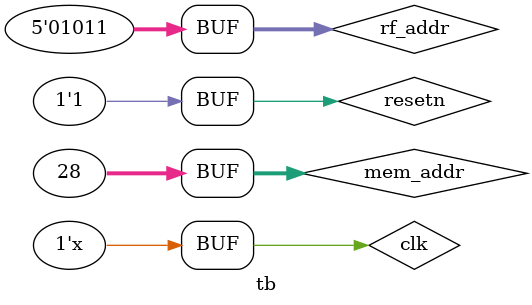
<source format=v>
`timescale 1ns / 1ps

module tb;

    // Inputs
    reg clk;
    reg resetn;
    reg [4:0] rf_addr;
    reg [31:0] mem_addr;

    // Outputs
    wire [31:0] rf_data1;
    wire [31:0] rf_data2;
    wire [31:0] rf_data3;
    wire [31:0] rf_data4;
    wire [31:0] rf_data5;
    wire [31:0] rf_data6;
    wire [31:0] rf_data7;
    wire [31:0] rf_data8;
    wire [31:0] rf_data9;
    wire [31:0] rf_data10;
    wire [31:0] rf_data11;
    wire [31:0] rf_data12;
    wire [31:0] mem_data;	//ÄÚ´æµØÖ·¶ÔÓ¦µÄÊý¾Ý
    wire [31:0] IF_pc;	//IF Ä£¿éµÄ PC
    wire [31:0] IF_inst;	//IF Ä£¿éÈ¡³öµÄÖ¸Áî
    wire [31:0] ID_pc;	//ID Ä£¿éµÄ PC
    wire [31:0] EXE_pc;	//EXE Ä£¿éµÄ PC
    wire [31:0] MEM_pc;	//MEM Ä£¿éµÄ PC
    wire [31:0] WB_pc;	//WB Ä£¿éµÄ PC
    wire [31:0] display_state; //Õ¹Ê¾ CPU µ±Ç°×´Ì¬
    
    multi_cycle_cpu cpu(
        .clk    (clk ),
        .resetn (resetn ), 
        .rf_addr (rf_addr ),
        .mem_addr(mem_addr),
        .rf_data1 (rf_data1),
        .rf_data2 (rf_data2),
        .rf_data3 (rf_data3),
        .rf_data4 (rf_data4),
        .rf_data5 (rf_data5),
        .rf_data6 (rf_data6),
        .rf_data7 (rf_data7),
        .rf_data8 (rf_data8),
        .rf_data9 (rf_data9),
        .rf_data10 (rf_data10),
        .rf_data11 (rf_data11),
        .rf_data12 (rf_data12),
        .mem_data(mem_data),
        .IF_pc  (IF_pc  ),
        .IF_inst (IF_inst ),
        .ID_pc  (ID_pc  ),
        .EXE_pc (EXE_pc ),
        .MEM_pc (MEM_pc ),
        .WB_pc  (WB_pc  ),
        .display_state (display_state) 
    );
    initial begin
        // Initialize Inputs
        clk = 0;
        resetn = 0;
        rf_addr = 'hB;
        mem_addr = 'h1C;

        // Wait 100 ns for global reset to finish
        #5;
      resetn = 1;
        // Add stimulus here
    end
    always #1 clk=~clk;
endmodule



</source>
